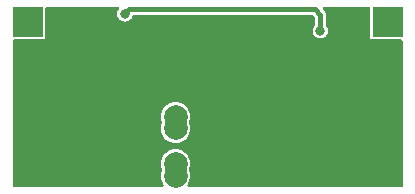
<source format=gbl>
%TF.GenerationSoftware,KiCad,Pcbnew,(6.0.7)*%
%TF.CreationDate,2022-10-15T23:28:00+03:00*%
%TF.ProjectId,mc34063-step-down-dev-0.3,6d633334-3036-4332-9d73-7465702d646f,rev?*%
%TF.SameCoordinates,Original*%
%TF.FileFunction,Copper,L2,Bot*%
%TF.FilePolarity,Positive*%
%FSLAX46Y46*%
G04 Gerber Fmt 4.6, Leading zero omitted, Abs format (unit mm)*
G04 Created by KiCad (PCBNEW (6.0.7)) date 2022-10-15 23:28:00*
%MOMM*%
%LPD*%
G01*
G04 APERTURE LIST*
%TA.AperFunction,ComponentPad*%
%ADD10R,2.500000X2.500000*%
%TD*%
%TA.AperFunction,ComponentPad*%
%ADD11C,2.000000*%
%TD*%
%TA.AperFunction,ViaPad*%
%ADD12C,0.800000*%
%TD*%
%TA.AperFunction,Conductor*%
%ADD13C,0.450000*%
%TD*%
G04 APERTURE END LIST*
D10*
%TO.P,U5,1*%
%TO.N,Net-(Co1-Pad1)*%
X111760000Y-48260000D03*
%TD*%
D11*
%TO.P,U2,1*%
%TO.N,Net-(Co1-Pad1)*%
X93805000Y-61301000D03*
X93805000Y-60301000D03*
%TO.P,U2,2*%
%TO.N,Net-(D1-Pad1)*%
X93805000Y-56301000D03*
X93805000Y-57301000D03*
%TD*%
D10*
%TO.P,U3,1*%
%TO.N,Net-(Ci1-Pad1)*%
X81280000Y-48260000D03*
%TD*%
%TO.P,U4,1*%
%TO.N,GND*%
X81280000Y-60960000D03*
%TD*%
%TO.P,U6,1*%
%TO.N,GND*%
X111760000Y-60960000D03*
%TD*%
D12*
%TO.N,GND*%
X89916000Y-58166000D03*
X86106000Y-58166000D03*
X89916000Y-56896000D03*
X101346000Y-59436000D03*
X102209600Y-49479200D03*
X87366424Y-60702782D03*
X101346000Y-60706000D03*
X103530400Y-50190400D03*
X81026000Y-58166000D03*
X87376000Y-58166000D03*
X103886000Y-59436000D03*
X93446600Y-50038000D03*
X89916000Y-60706000D03*
X108966000Y-59436000D03*
X94615000Y-50038000D03*
X88646000Y-60706000D03*
X94615000Y-48107600D03*
X84836000Y-58166000D03*
X107238800Y-50292000D03*
X108966000Y-60706000D03*
X103886000Y-60706000D03*
X107289600Y-52120800D03*
X81026000Y-56896000D03*
X81026000Y-55626000D03*
X93446600Y-48107600D03*
%TO.N,/Vfeedback*%
X89509600Y-47599600D03*
X106070400Y-49022000D03*
%TD*%
D13*
%TO.N,/Vfeedback*%
X89890600Y-47218600D02*
X105613200Y-47218600D01*
X106070400Y-47675800D02*
X106070400Y-49022000D01*
X105613200Y-47218600D02*
X106070400Y-47675800D01*
X89509600Y-47599600D02*
X89890600Y-47218600D01*
%TD*%
%TA.AperFunction,Conductor*%
%TO.N,GND*%
G36*
X88933031Y-47006462D02*
G01*
X88987569Y-47061000D01*
X89007531Y-47135500D01*
X88987569Y-47210000D01*
X88980436Y-47221175D01*
X88932101Y-47289948D01*
X88928838Y-47298316D01*
X88928838Y-47298317D01*
X88922803Y-47313796D01*
X88874909Y-47436639D01*
X88873736Y-47445545D01*
X88873736Y-47445547D01*
X88862445Y-47531308D01*
X88854358Y-47592738D01*
X88855344Y-47601669D01*
X88855344Y-47601670D01*
X88866612Y-47703732D01*
X88871635Y-47749233D01*
X88925743Y-47897090D01*
X89013558Y-48027772D01*
X89020200Y-48033815D01*
X89020201Y-48033817D01*
X89079539Y-48087810D01*
X89130010Y-48133735D01*
X89268376Y-48208862D01*
X89323540Y-48223334D01*
X89411984Y-48246537D01*
X89411988Y-48246537D01*
X89420669Y-48248815D01*
X89578095Y-48251288D01*
X89628631Y-48239714D01*
X89722810Y-48218144D01*
X89722811Y-48218144D01*
X89731568Y-48216138D01*
X89739595Y-48212101D01*
X89864199Y-48149432D01*
X89864201Y-48149431D01*
X89872225Y-48145395D01*
X89991948Y-48043142D01*
X89998649Y-48033817D01*
X90078581Y-47922580D01*
X90078582Y-47922577D01*
X90083824Y-47915283D01*
X90087174Y-47906949D01*
X90087177Y-47906944D01*
X90135184Y-47787524D01*
X90181493Y-47725846D01*
X90252437Y-47695586D01*
X90273431Y-47694100D01*
X105354524Y-47694100D01*
X105429024Y-47714062D01*
X105459883Y-47737741D01*
X105551259Y-47829117D01*
X105589823Y-47895912D01*
X105594900Y-47934476D01*
X105594900Y-48520096D01*
X105574938Y-48594596D01*
X105567804Y-48605772D01*
X105492901Y-48712348D01*
X105435709Y-48859039D01*
X105415158Y-49015138D01*
X105416144Y-49024069D01*
X105416144Y-49024070D01*
X105417431Y-49035723D01*
X105432435Y-49171633D01*
X105486543Y-49319490D01*
X105574358Y-49450172D01*
X105581000Y-49456215D01*
X105581001Y-49456217D01*
X105640339Y-49510210D01*
X105690810Y-49556135D01*
X105829176Y-49631262D01*
X105884340Y-49645734D01*
X105972784Y-49668937D01*
X105972788Y-49668937D01*
X105981469Y-49671215D01*
X106138895Y-49673688D01*
X106189431Y-49662114D01*
X106283610Y-49640544D01*
X106283611Y-49640544D01*
X106292368Y-49638538D01*
X106300395Y-49634501D01*
X106424999Y-49571832D01*
X106425001Y-49571831D01*
X106433025Y-49567795D01*
X106552748Y-49465542D01*
X106559449Y-49456217D01*
X106639381Y-49344980D01*
X106639382Y-49344977D01*
X106644624Y-49337683D01*
X106703350Y-49191598D01*
X106725534Y-49035723D01*
X106725678Y-49022000D01*
X106706763Y-48865694D01*
X106682418Y-48801266D01*
X106654285Y-48726813D01*
X106654283Y-48726809D01*
X106651110Y-48718412D01*
X106572106Y-48603461D01*
X106546359Y-48530758D01*
X106545900Y-48519067D01*
X106545900Y-47743083D01*
X106546380Y-47731134D01*
X106546899Y-47724679D01*
X106549242Y-47714326D01*
X106548080Y-47695586D01*
X106546186Y-47665068D01*
X106545900Y-47655842D01*
X106545900Y-47641655D01*
X106544689Y-47633197D01*
X106543472Y-47621318D01*
X106542253Y-47601670D01*
X106540808Y-47578383D01*
X106537204Y-47568399D01*
X106535432Y-47559843D01*
X106532986Y-47551479D01*
X106531481Y-47540971D01*
X106513669Y-47501795D01*
X106509161Y-47490721D01*
X106498162Y-47460254D01*
X106494558Y-47450270D01*
X106488297Y-47441699D01*
X106484198Y-47433990D01*
X106479501Y-47426645D01*
X106475106Y-47416980D01*
X106447011Y-47384374D01*
X106439595Y-47375035D01*
X106432823Y-47365764D01*
X106423376Y-47356317D01*
X106415858Y-47348220D01*
X106393125Y-47321837D01*
X106393124Y-47321836D01*
X106386196Y-47313796D01*
X106377288Y-47308022D01*
X106369291Y-47301046D01*
X106369602Y-47300690D01*
X106359896Y-47292837D01*
X106307918Y-47240859D01*
X106269354Y-47174064D01*
X106269354Y-47096936D01*
X106307918Y-47030141D01*
X106374713Y-46991577D01*
X106413277Y-46986500D01*
X110110500Y-46986500D01*
X110185000Y-47006462D01*
X110239538Y-47061000D01*
X110259500Y-47135500D01*
X110259500Y-49534674D01*
X110274034Y-49607740D01*
X110329399Y-49690601D01*
X110412260Y-49745966D01*
X110485326Y-49760500D01*
X112884500Y-49760500D01*
X112959000Y-49780462D01*
X113013538Y-49835000D01*
X113033500Y-49909500D01*
X113033500Y-62084500D01*
X113013538Y-62159000D01*
X112959000Y-62213538D01*
X112884500Y-62233500D01*
X94964862Y-62233500D01*
X94890362Y-62213538D01*
X94835824Y-62159000D01*
X94815862Y-62084500D01*
X94835824Y-62010000D01*
X94842808Y-61999037D01*
X94888369Y-61933969D01*
X94892102Y-61928638D01*
X94984575Y-61730330D01*
X95041207Y-61518977D01*
X95060277Y-61301000D01*
X95041207Y-61083023D01*
X94984575Y-60871670D01*
X94980987Y-60863975D01*
X94980814Y-60862992D01*
X94979601Y-60859661D01*
X94980188Y-60859447D01*
X94967590Y-60788021D01*
X94979810Y-60742415D01*
X94979601Y-60742339D01*
X94980472Y-60739946D01*
X94980987Y-60738024D01*
X94984575Y-60730330D01*
X95041207Y-60518977D01*
X95060277Y-60301000D01*
X95041207Y-60083023D01*
X94984575Y-59871670D01*
X94892102Y-59673362D01*
X94766598Y-59494123D01*
X94611877Y-59339402D01*
X94432639Y-59213898D01*
X94234330Y-59121425D01*
X94228049Y-59119742D01*
X94029256Y-59066475D01*
X94029251Y-59066474D01*
X94022977Y-59064793D01*
X94016506Y-59064227D01*
X94016501Y-59064226D01*
X93811481Y-59046290D01*
X93805000Y-59045723D01*
X93798519Y-59046290D01*
X93593499Y-59064226D01*
X93593494Y-59064227D01*
X93587023Y-59064793D01*
X93580749Y-59066474D01*
X93580744Y-59066475D01*
X93381951Y-59119742D01*
X93375670Y-59121425D01*
X93177362Y-59213898D01*
X93172034Y-59217629D01*
X93172030Y-59217631D01*
X93066057Y-59291834D01*
X92998123Y-59339402D01*
X92843402Y-59494123D01*
X92717898Y-59673362D01*
X92625425Y-59871670D01*
X92568793Y-60083023D01*
X92549723Y-60301000D01*
X92568793Y-60518977D01*
X92625425Y-60730330D01*
X92629013Y-60738024D01*
X92629186Y-60739008D01*
X92630399Y-60742339D01*
X92629812Y-60742553D01*
X92642410Y-60813979D01*
X92630190Y-60859585D01*
X92630399Y-60859661D01*
X92629528Y-60862054D01*
X92629013Y-60863975D01*
X92625425Y-60871670D01*
X92568793Y-61083023D01*
X92549723Y-61301000D01*
X92568793Y-61518977D01*
X92625425Y-61730330D01*
X92717898Y-61928638D01*
X92721631Y-61933969D01*
X92767192Y-61999037D01*
X92793571Y-62071514D01*
X92780178Y-62147470D01*
X92730601Y-62206554D01*
X92658124Y-62232933D01*
X92645138Y-62233500D01*
X80155500Y-62233500D01*
X80081000Y-62213538D01*
X80026462Y-62159000D01*
X80006500Y-62084500D01*
X80006500Y-57301000D01*
X92549723Y-57301000D01*
X92568793Y-57518977D01*
X92625425Y-57730330D01*
X92717898Y-57928638D01*
X92843402Y-58107877D01*
X92998123Y-58262598D01*
X93177361Y-58388102D01*
X93375670Y-58480575D01*
X93381951Y-58482258D01*
X93580744Y-58535525D01*
X93580749Y-58535526D01*
X93587023Y-58537207D01*
X93593494Y-58537773D01*
X93593499Y-58537774D01*
X93798519Y-58555710D01*
X93805000Y-58556277D01*
X93811481Y-58555710D01*
X94016501Y-58537774D01*
X94016506Y-58537773D01*
X94022977Y-58537207D01*
X94029251Y-58535526D01*
X94029256Y-58535525D01*
X94228049Y-58482258D01*
X94234330Y-58480575D01*
X94432639Y-58388102D01*
X94611877Y-58262598D01*
X94766598Y-58107877D01*
X94892102Y-57928638D01*
X94984575Y-57730330D01*
X95041207Y-57518977D01*
X95060277Y-57301000D01*
X95041207Y-57083023D01*
X94984575Y-56871670D01*
X94980987Y-56863975D01*
X94980814Y-56862992D01*
X94979601Y-56859661D01*
X94980188Y-56859447D01*
X94967590Y-56788021D01*
X94979810Y-56742415D01*
X94979601Y-56742339D01*
X94980472Y-56739946D01*
X94980987Y-56738024D01*
X94984575Y-56730330D01*
X95041207Y-56518977D01*
X95060277Y-56301000D01*
X95041207Y-56083023D01*
X94984575Y-55871670D01*
X94892102Y-55673362D01*
X94766598Y-55494123D01*
X94611877Y-55339402D01*
X94432639Y-55213898D01*
X94234330Y-55121425D01*
X94228049Y-55119742D01*
X94029256Y-55066475D01*
X94029251Y-55066474D01*
X94022977Y-55064793D01*
X94016506Y-55064227D01*
X94016501Y-55064226D01*
X93811481Y-55046290D01*
X93805000Y-55045723D01*
X93798519Y-55046290D01*
X93593499Y-55064226D01*
X93593494Y-55064227D01*
X93587023Y-55064793D01*
X93580749Y-55066474D01*
X93580744Y-55066475D01*
X93381951Y-55119742D01*
X93375670Y-55121425D01*
X93177362Y-55213898D01*
X93172034Y-55217629D01*
X93172030Y-55217631D01*
X93066057Y-55291834D01*
X92998123Y-55339402D01*
X92843402Y-55494123D01*
X92717898Y-55673362D01*
X92625425Y-55871670D01*
X92568793Y-56083023D01*
X92549723Y-56301000D01*
X92568793Y-56518977D01*
X92625425Y-56730330D01*
X92629013Y-56738024D01*
X92629186Y-56739008D01*
X92630399Y-56742339D01*
X92629812Y-56742553D01*
X92642410Y-56813979D01*
X92630190Y-56859585D01*
X92630399Y-56859661D01*
X92629528Y-56862054D01*
X92629013Y-56863975D01*
X92625425Y-56871670D01*
X92568793Y-57083023D01*
X92549723Y-57301000D01*
X80006500Y-57301000D01*
X80006500Y-49909500D01*
X80026462Y-49835000D01*
X80081000Y-49780462D01*
X80155500Y-49760500D01*
X82554674Y-49760500D01*
X82627740Y-49745966D01*
X82710601Y-49690601D01*
X82765966Y-49607740D01*
X82780500Y-49534674D01*
X82780500Y-47135500D01*
X82800462Y-47061000D01*
X82855000Y-47006462D01*
X82929500Y-46986500D01*
X88858531Y-46986500D01*
X88933031Y-47006462D01*
G37*
%TD.AperFunction*%
%TD*%
M02*

</source>
